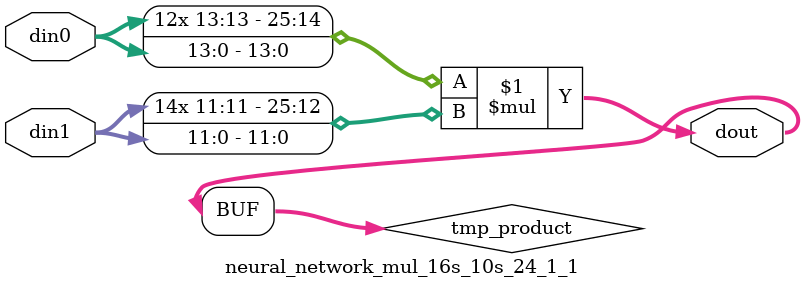
<source format=v>

`timescale 1 ns / 1 ps

  module neural_network_mul_16s_10s_24_1_1(din0, din1, dout);
parameter ID = 1;
parameter NUM_STAGE = 0;
parameter din0_WIDTH = 14;
parameter din1_WIDTH = 12;
parameter dout_WIDTH = 26;

input [din0_WIDTH - 1 : 0] din0; 
input [din1_WIDTH - 1 : 0] din1; 
output [dout_WIDTH - 1 : 0] dout;

wire signed [dout_WIDTH - 1 : 0] tmp_product;













assign tmp_product = $signed(din0) * $signed(din1);








assign dout = tmp_product;







endmodule

</source>
